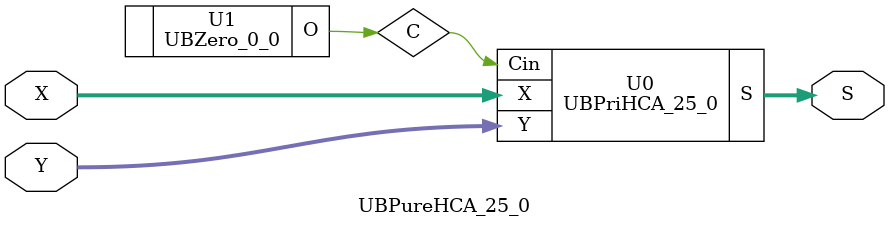
<source format=v>
/*----------------------------------------------------------------------------
  Copyright (c) 2021 Homma laboratory. All rights reserved.

  Top module: UBHCA_25_0_25_0

  Operand-1 length: 26
  Operand-2 length: 26
  Two-operand addition algorithm: Han-Carlson adder
----------------------------------------------------------------------------*/

module GPGenerator(Go, Po, A, B);
  output Go;
  output Po;
  input A;
  input B;
  assign Go = A & B;
  assign Po = A ^ B;
endmodule

module CarryOperator(Go, Po, Gi1, Pi1, Gi2, Pi2);
  output Go;
  output Po;
  input Gi1;
  input Gi2;
  input Pi1;
  input Pi2;
  assign Go = Gi1 | ( Gi2 & Pi1 );
  assign Po = Pi1 & Pi2;
endmodule

module UBPriHCA_25_0(S, X, Y, Cin);
  output [26:0] S;
  input Cin;
  input [25:0] X;
  input [25:0] Y;
  wire [25:0] G0;
  wire [25:0] G1;
  wire [25:0] G2;
  wire [25:0] G3;
  wire [25:0] G4;
  wire [25:0] G5;
  wire [25:0] G6;
  wire [25:0] P0;
  wire [25:0] P1;
  wire [25:0] P2;
  wire [25:0] P3;
  wire [25:0] P4;
  wire [25:0] P5;
  wire [25:0] P6;
  assign P1[0] = P0[0];
  assign G1[0] = G0[0];
  assign P1[2] = P0[2];
  assign G1[2] = G0[2];
  assign P1[4] = P0[4];
  assign G1[4] = G0[4];
  assign P1[6] = P0[6];
  assign G1[6] = G0[6];
  assign P1[8] = P0[8];
  assign G1[8] = G0[8];
  assign P1[10] = P0[10];
  assign G1[10] = G0[10];
  assign P1[12] = P0[12];
  assign G1[12] = G0[12];
  assign P1[14] = P0[14];
  assign G1[14] = G0[14];
  assign P1[16] = P0[16];
  assign G1[16] = G0[16];
  assign P1[18] = P0[18];
  assign G1[18] = G0[18];
  assign P1[20] = P0[20];
  assign G1[20] = G0[20];
  assign P1[22] = P0[22];
  assign G1[22] = G0[22];
  assign P1[24] = P0[24];
  assign G1[24] = G0[24];
  assign P2[0] = P1[0];
  assign G2[0] = G1[0];
  assign P2[1] = P1[1];
  assign G2[1] = G1[1];
  assign P2[2] = P1[2];
  assign G2[2] = G1[2];
  assign P2[4] = P1[4];
  assign G2[4] = G1[4];
  assign P2[6] = P1[6];
  assign G2[6] = G1[6];
  assign P2[8] = P1[8];
  assign G2[8] = G1[8];
  assign P2[10] = P1[10];
  assign G2[10] = G1[10];
  assign P2[12] = P1[12];
  assign G2[12] = G1[12];
  assign P2[14] = P1[14];
  assign G2[14] = G1[14];
  assign P2[16] = P1[16];
  assign G2[16] = G1[16];
  assign P2[18] = P1[18];
  assign G2[18] = G1[18];
  assign P2[20] = P1[20];
  assign G2[20] = G1[20];
  assign P2[22] = P1[22];
  assign G2[22] = G1[22];
  assign P2[24] = P1[24];
  assign G2[24] = G1[24];
  assign P3[0] = P2[0];
  assign G3[0] = G2[0];
  assign P3[1] = P2[1];
  assign G3[1] = G2[1];
  assign P3[2] = P2[2];
  assign G3[2] = G2[2];
  assign P3[3] = P2[3];
  assign G3[3] = G2[3];
  assign P3[4] = P2[4];
  assign G3[4] = G2[4];
  assign P3[6] = P2[6];
  assign G3[6] = G2[6];
  assign P3[8] = P2[8];
  assign G3[8] = G2[8];
  assign P3[10] = P2[10];
  assign G3[10] = G2[10];
  assign P3[12] = P2[12];
  assign G3[12] = G2[12];
  assign P3[14] = P2[14];
  assign G3[14] = G2[14];
  assign P3[16] = P2[16];
  assign G3[16] = G2[16];
  assign P3[18] = P2[18];
  assign G3[18] = G2[18];
  assign P3[20] = P2[20];
  assign G3[20] = G2[20];
  assign P3[22] = P2[22];
  assign G3[22] = G2[22];
  assign P3[24] = P2[24];
  assign G3[24] = G2[24];
  assign P4[0] = P3[0];
  assign G4[0] = G3[0];
  assign P4[1] = P3[1];
  assign G4[1] = G3[1];
  assign P4[2] = P3[2];
  assign G4[2] = G3[2];
  assign P4[3] = P3[3];
  assign G4[3] = G3[3];
  assign P4[4] = P3[4];
  assign G4[4] = G3[4];
  assign P4[5] = P3[5];
  assign G4[5] = G3[5];
  assign P4[6] = P3[6];
  assign G4[6] = G3[6];
  assign P4[7] = P3[7];
  assign G4[7] = G3[7];
  assign P4[8] = P3[8];
  assign G4[8] = G3[8];
  assign P4[10] = P3[10];
  assign G4[10] = G3[10];
  assign P4[12] = P3[12];
  assign G4[12] = G3[12];
  assign P4[14] = P3[14];
  assign G4[14] = G3[14];
  assign P4[16] = P3[16];
  assign G4[16] = G3[16];
  assign P4[18] = P3[18];
  assign G4[18] = G3[18];
  assign P4[20] = P3[20];
  assign G4[20] = G3[20];
  assign P4[22] = P3[22];
  assign G4[22] = G3[22];
  assign P4[24] = P3[24];
  assign G4[24] = G3[24];
  assign P5[0] = P4[0];
  assign G5[0] = G4[0];
  assign P5[1] = P4[1];
  assign G5[1] = G4[1];
  assign P5[2] = P4[2];
  assign G5[2] = G4[2];
  assign P5[3] = P4[3];
  assign G5[3] = G4[3];
  assign P5[4] = P4[4];
  assign G5[4] = G4[4];
  assign P5[5] = P4[5];
  assign G5[5] = G4[5];
  assign P5[6] = P4[6];
  assign G5[6] = G4[6];
  assign P5[7] = P4[7];
  assign G5[7] = G4[7];
  assign P5[8] = P4[8];
  assign G5[8] = G4[8];
  assign P5[9] = P4[9];
  assign G5[9] = G4[9];
  assign P5[10] = P4[10];
  assign G5[10] = G4[10];
  assign P5[11] = P4[11];
  assign G5[11] = G4[11];
  assign P5[12] = P4[12];
  assign G5[12] = G4[12];
  assign P5[13] = P4[13];
  assign G5[13] = G4[13];
  assign P5[14] = P4[14];
  assign G5[14] = G4[14];
  assign P5[15] = P4[15];
  assign G5[15] = G4[15];
  assign P5[16] = P4[16];
  assign G5[16] = G4[16];
  assign P5[18] = P4[18];
  assign G5[18] = G4[18];
  assign P5[20] = P4[20];
  assign G5[20] = G4[20];
  assign P5[22] = P4[22];
  assign G5[22] = G4[22];
  assign P5[24] = P4[24];
  assign G5[24] = G4[24];
  assign P6[0] = P5[0];
  assign G6[0] = G5[0];
  assign P6[1] = P5[1];
  assign G6[1] = G5[1];
  assign P6[3] = P5[3];
  assign G6[3] = G5[3];
  assign P6[5] = P5[5];
  assign G6[5] = G5[5];
  assign P6[7] = P5[7];
  assign G6[7] = G5[7];
  assign P6[9] = P5[9];
  assign G6[9] = G5[9];
  assign P6[11] = P5[11];
  assign G6[11] = G5[11];
  assign P6[13] = P5[13];
  assign G6[13] = G5[13];
  assign P6[15] = P5[15];
  assign G6[15] = G5[15];
  assign P6[17] = P5[17];
  assign G6[17] = G5[17];
  assign P6[19] = P5[19];
  assign G6[19] = G5[19];
  assign P6[21] = P5[21];
  assign G6[21] = G5[21];
  assign P6[23] = P5[23];
  assign G6[23] = G5[23];
  assign P6[25] = P5[25];
  assign G6[25] = G5[25];
  assign S[0] = Cin ^ P0[0];
  assign S[1] = ( G6[0] | ( P6[0] & Cin ) ) ^ P0[1];
  assign S[2] = ( G6[1] | ( P6[1] & Cin ) ) ^ P0[2];
  assign S[3] = ( G6[2] | ( P6[2] & Cin ) ) ^ P0[3];
  assign S[4] = ( G6[3] | ( P6[3] & Cin ) ) ^ P0[4];
  assign S[5] = ( G6[4] | ( P6[4] & Cin ) ) ^ P0[5];
  assign S[6] = ( G6[5] | ( P6[5] & Cin ) ) ^ P0[6];
  assign S[7] = ( G6[6] | ( P6[6] & Cin ) ) ^ P0[7];
  assign S[8] = ( G6[7] | ( P6[7] & Cin ) ) ^ P0[8];
  assign S[9] = ( G6[8] | ( P6[8] & Cin ) ) ^ P0[9];
  assign S[10] = ( G6[9] | ( P6[9] & Cin ) ) ^ P0[10];
  assign S[11] = ( G6[10] | ( P6[10] & Cin ) ) ^ P0[11];
  assign S[12] = ( G6[11] | ( P6[11] & Cin ) ) ^ P0[12];
  assign S[13] = ( G6[12] | ( P6[12] & Cin ) ) ^ P0[13];
  assign S[14] = ( G6[13] | ( P6[13] & Cin ) ) ^ P0[14];
  assign S[15] = ( G6[14] | ( P6[14] & Cin ) ) ^ P0[15];
  assign S[16] = ( G6[15] | ( P6[15] & Cin ) ) ^ P0[16];
  assign S[17] = ( G6[16] | ( P6[16] & Cin ) ) ^ P0[17];
  assign S[18] = ( G6[17] | ( P6[17] & Cin ) ) ^ P0[18];
  assign S[19] = ( G6[18] | ( P6[18] & Cin ) ) ^ P0[19];
  assign S[20] = ( G6[19] | ( P6[19] & Cin ) ) ^ P0[20];
  assign S[21] = ( G6[20] | ( P6[20] & Cin ) ) ^ P0[21];
  assign S[22] = ( G6[21] | ( P6[21] & Cin ) ) ^ P0[22];
  assign S[23] = ( G6[22] | ( P6[22] & Cin ) ) ^ P0[23];
  assign S[24] = ( G6[23] | ( P6[23] & Cin ) ) ^ P0[24];
  assign S[25] = ( G6[24] | ( P6[24] & Cin ) ) ^ P0[25];
  assign S[26] = G6[25] | ( P6[25] & Cin );
  GPGenerator U0 (G0[0], P0[0], X[0], Y[0]);
  GPGenerator U1 (G0[1], P0[1], X[1], Y[1]);
  GPGenerator U2 (G0[2], P0[2], X[2], Y[2]);
  GPGenerator U3 (G0[3], P0[3], X[3], Y[3]);
  GPGenerator U4 (G0[4], P0[4], X[4], Y[4]);
  GPGenerator U5 (G0[5], P0[5], X[5], Y[5]);
  GPGenerator U6 (G0[6], P0[6], X[6], Y[6]);
  GPGenerator U7 (G0[7], P0[7], X[7], Y[7]);
  GPGenerator U8 (G0[8], P0[8], X[8], Y[8]);
  GPGenerator U9 (G0[9], P0[9], X[9], Y[9]);
  GPGenerator U10 (G0[10], P0[10], X[10], Y[10]);
  GPGenerator U11 (G0[11], P0[11], X[11], Y[11]);
  GPGenerator U12 (G0[12], P0[12], X[12], Y[12]);
  GPGenerator U13 (G0[13], P0[13], X[13], Y[13]);
  GPGenerator U14 (G0[14], P0[14], X[14], Y[14]);
  GPGenerator U15 (G0[15], P0[15], X[15], Y[15]);
  GPGenerator U16 (G0[16], P0[16], X[16], Y[16]);
  GPGenerator U17 (G0[17], P0[17], X[17], Y[17]);
  GPGenerator U18 (G0[18], P0[18], X[18], Y[18]);
  GPGenerator U19 (G0[19], P0[19], X[19], Y[19]);
  GPGenerator U20 (G0[20], P0[20], X[20], Y[20]);
  GPGenerator U21 (G0[21], P0[21], X[21], Y[21]);
  GPGenerator U22 (G0[22], P0[22], X[22], Y[22]);
  GPGenerator U23 (G0[23], P0[23], X[23], Y[23]);
  GPGenerator U24 (G0[24], P0[24], X[24], Y[24]);
  GPGenerator U25 (G0[25], P0[25], X[25], Y[25]);
  CarryOperator U26 (G1[1], P1[1], G0[1], P0[1], G0[0], P0[0]);
  CarryOperator U27 (G1[3], P1[3], G0[3], P0[3], G0[2], P0[2]);
  CarryOperator U28 (G1[5], P1[5], G0[5], P0[5], G0[4], P0[4]);
  CarryOperator U29 (G1[7], P1[7], G0[7], P0[7], G0[6], P0[6]);
  CarryOperator U30 (G1[9], P1[9], G0[9], P0[9], G0[8], P0[8]);
  CarryOperator U31 (G1[11], P1[11], G0[11], P0[11], G0[10], P0[10]);
  CarryOperator U32 (G1[13], P1[13], G0[13], P0[13], G0[12], P0[12]);
  CarryOperator U33 (G1[15], P1[15], G0[15], P0[15], G0[14], P0[14]);
  CarryOperator U34 (G1[17], P1[17], G0[17], P0[17], G0[16], P0[16]);
  CarryOperator U35 (G1[19], P1[19], G0[19], P0[19], G0[18], P0[18]);
  CarryOperator U36 (G1[21], P1[21], G0[21], P0[21], G0[20], P0[20]);
  CarryOperator U37 (G1[23], P1[23], G0[23], P0[23], G0[22], P0[22]);
  CarryOperator U38 (G1[25], P1[25], G0[25], P0[25], G0[24], P0[24]);
  CarryOperator U39 (G2[3], P2[3], G1[3], P1[3], G1[1], P1[1]);
  CarryOperator U40 (G2[5], P2[5], G1[5], P1[5], G1[3], P1[3]);
  CarryOperator U41 (G2[7], P2[7], G1[7], P1[7], G1[5], P1[5]);
  CarryOperator U42 (G2[9], P2[9], G1[9], P1[9], G1[7], P1[7]);
  CarryOperator U43 (G2[11], P2[11], G1[11], P1[11], G1[9], P1[9]);
  CarryOperator U44 (G2[13], P2[13], G1[13], P1[13], G1[11], P1[11]);
  CarryOperator U45 (G2[15], P2[15], G1[15], P1[15], G1[13], P1[13]);
  CarryOperator U46 (G2[17], P2[17], G1[17], P1[17], G1[15], P1[15]);
  CarryOperator U47 (G2[19], P2[19], G1[19], P1[19], G1[17], P1[17]);
  CarryOperator U48 (G2[21], P2[21], G1[21], P1[21], G1[19], P1[19]);
  CarryOperator U49 (G2[23], P2[23], G1[23], P1[23], G1[21], P1[21]);
  CarryOperator U50 (G2[25], P2[25], G1[25], P1[25], G1[23], P1[23]);
  CarryOperator U51 (G3[5], P3[5], G2[5], P2[5], G2[1], P2[1]);
  CarryOperator U52 (G3[7], P3[7], G2[7], P2[7], G2[3], P2[3]);
  CarryOperator U53 (G3[9], P3[9], G2[9], P2[9], G2[5], P2[5]);
  CarryOperator U54 (G3[11], P3[11], G2[11], P2[11], G2[7], P2[7]);
  CarryOperator U55 (G3[13], P3[13], G2[13], P2[13], G2[9], P2[9]);
  CarryOperator U56 (G3[15], P3[15], G2[15], P2[15], G2[11], P2[11]);
  CarryOperator U57 (G3[17], P3[17], G2[17], P2[17], G2[13], P2[13]);
  CarryOperator U58 (G3[19], P3[19], G2[19], P2[19], G2[15], P2[15]);
  CarryOperator U59 (G3[21], P3[21], G2[21], P2[21], G2[17], P2[17]);
  CarryOperator U60 (G3[23], P3[23], G2[23], P2[23], G2[19], P2[19]);
  CarryOperator U61 (G3[25], P3[25], G2[25], P2[25], G2[21], P2[21]);
  CarryOperator U62 (G4[9], P4[9], G3[9], P3[9], G3[1], P3[1]);
  CarryOperator U63 (G4[11], P4[11], G3[11], P3[11], G3[3], P3[3]);
  CarryOperator U64 (G4[13], P4[13], G3[13], P3[13], G3[5], P3[5]);
  CarryOperator U65 (G4[15], P4[15], G3[15], P3[15], G3[7], P3[7]);
  CarryOperator U66 (G4[17], P4[17], G3[17], P3[17], G3[9], P3[9]);
  CarryOperator U67 (G4[19], P4[19], G3[19], P3[19], G3[11], P3[11]);
  CarryOperator U68 (G4[21], P4[21], G3[21], P3[21], G3[13], P3[13]);
  CarryOperator U69 (G4[23], P4[23], G3[23], P3[23], G3[15], P3[15]);
  CarryOperator U70 (G4[25], P4[25], G3[25], P3[25], G3[17], P3[17]);
  CarryOperator U71 (G5[17], P5[17], G4[17], P4[17], G4[1], P4[1]);
  CarryOperator U72 (G5[19], P5[19], G4[19], P4[19], G4[3], P4[3]);
  CarryOperator U73 (G5[21], P5[21], G4[21], P4[21], G4[5], P4[5]);
  CarryOperator U74 (G5[23], P5[23], G4[23], P4[23], G4[7], P4[7]);
  CarryOperator U75 (G5[25], P5[25], G4[25], P4[25], G4[9], P4[9]);
  CarryOperator U76 (G6[2], P6[2], G5[2], P5[2], G5[1], P5[1]);
  CarryOperator U77 (G6[4], P6[4], G5[4], P5[4], G5[3], P5[3]);
  CarryOperator U78 (G6[6], P6[6], G5[6], P5[6], G5[5], P5[5]);
  CarryOperator U79 (G6[8], P6[8], G5[8], P5[8], G5[7], P5[7]);
  CarryOperator U80 (G6[10], P6[10], G5[10], P5[10], G5[9], P5[9]);
  CarryOperator U81 (G6[12], P6[12], G5[12], P5[12], G5[11], P5[11]);
  CarryOperator U82 (G6[14], P6[14], G5[14], P5[14], G5[13], P5[13]);
  CarryOperator U83 (G6[16], P6[16], G5[16], P5[16], G5[15], P5[15]);
  CarryOperator U84 (G6[18], P6[18], G5[18], P5[18], G5[17], P5[17]);
  CarryOperator U85 (G6[20], P6[20], G5[20], P5[20], G5[19], P5[19]);
  CarryOperator U86 (G6[22], P6[22], G5[22], P5[22], G5[21], P5[21]);
  CarryOperator U87 (G6[24], P6[24], G5[24], P5[24], G5[23], P5[23]);
endmodule

module UBZero_0_0(O);
  output [0:0] O;
  assign O[0] = 0;
endmodule

module UBHCA_25_0_25_0 (S, X, Y);
  output [26:0] S;
  input [25:0] X;
  input [25:0] Y;
  UBPureHCA_25_0 U0 (S[26:0], X[25:0], Y[25:0]);
endmodule

module UBPureHCA_25_0 (S, X, Y);
  output [26:0] S;
  input [25:0] X;
  input [25:0] Y;
  wire C;
  UBPriHCA_25_0 U0 (S, X, Y, C);
  UBZero_0_0 U1 (C);
endmodule


</source>
